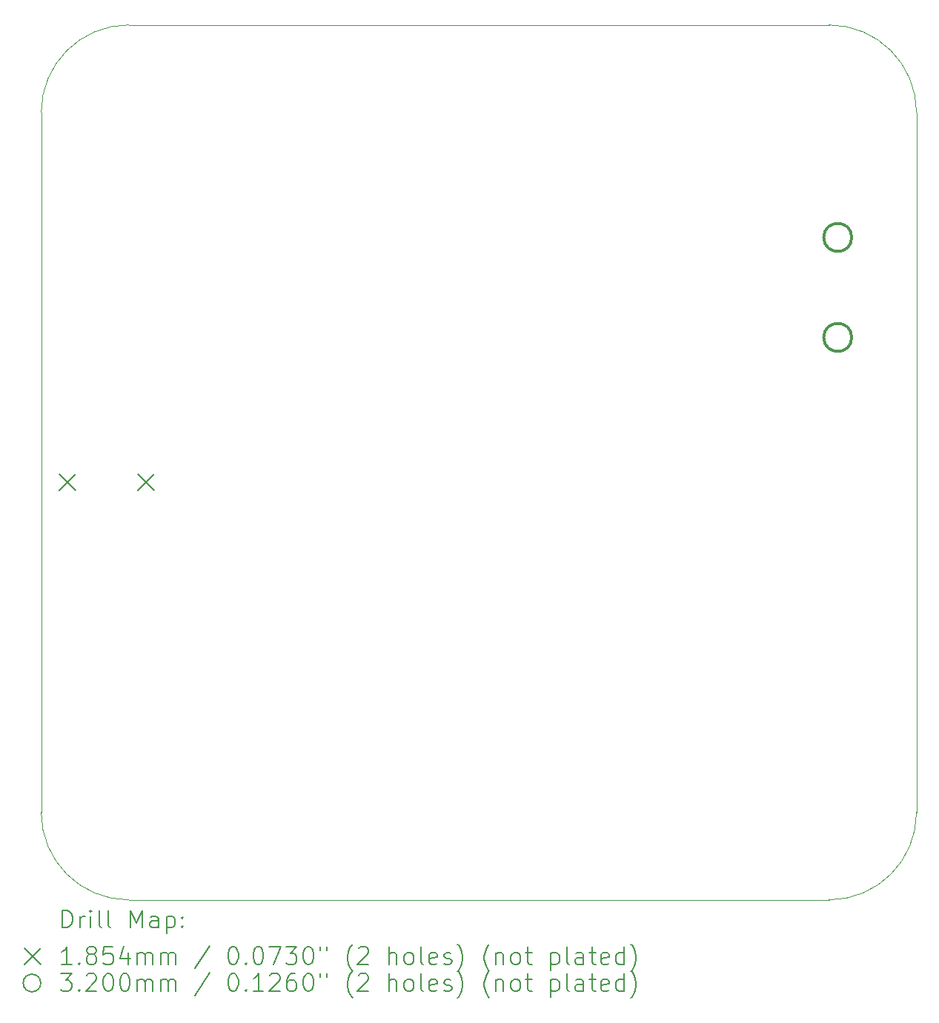
<source format=gbr>
%TF.GenerationSoftware,KiCad,Pcbnew,7.0.1*%
%TF.CreationDate,2024-08-21T14:55:40-07:00*%
%TF.ProjectId,Dual encoder controller - left,4475616c-2065-46e6-936f-64657220636f,rev?*%
%TF.SameCoordinates,Original*%
%TF.FileFunction,Drillmap*%
%TF.FilePolarity,Positive*%
%FSLAX45Y45*%
G04 Gerber Fmt 4.5, Leading zero omitted, Abs format (unit mm)*
G04 Created by KiCad (PCBNEW 7.0.1) date 2024-08-21 14:55:40*
%MOMM*%
%LPD*%
G01*
G04 APERTURE LIST*
%ADD10C,0.100000*%
%ADD11C,0.200000*%
%ADD12C,0.185420*%
%ADD13C,0.320000*%
G04 APERTURE END LIST*
D10*
X12500000Y-5000000D02*
G75*
G03*
X11500000Y-6000000I0J-1000000D01*
G01*
X11500000Y-14000000D02*
X11500000Y-6000000D01*
X12500000Y-5000000D02*
X20500000Y-5000000D01*
X20500000Y-15000000D02*
X12500000Y-15000000D01*
X11500000Y-14000000D02*
G75*
G03*
X12500000Y-15000000I1000000J0D01*
G01*
X21500000Y-6000000D02*
X21500000Y-14000000D01*
X20500000Y-15000000D02*
G75*
G03*
X21500000Y-14000000I0J1000000D01*
G01*
X21500000Y-6000000D02*
G75*
G03*
X20500000Y-5000000I-1000000J0D01*
G01*
D11*
D12*
X11707290Y-10132290D02*
X11892710Y-10317710D01*
X11892710Y-10132290D02*
X11707290Y-10317710D01*
X12607290Y-10132290D02*
X12792710Y-10317710D01*
X12792710Y-10132290D02*
X12607290Y-10317710D01*
D13*
X20760000Y-7428500D02*
G75*
G03*
X20760000Y-7428500I-160000J0D01*
G01*
X20760000Y-8571500D02*
G75*
G03*
X20760000Y-8571500I-160000J0D01*
G01*
D11*
X11742619Y-15317524D02*
X11742619Y-15117524D01*
X11742619Y-15117524D02*
X11790238Y-15117524D01*
X11790238Y-15117524D02*
X11818809Y-15127048D01*
X11818809Y-15127048D02*
X11837857Y-15146095D01*
X11837857Y-15146095D02*
X11847381Y-15165143D01*
X11847381Y-15165143D02*
X11856905Y-15203238D01*
X11856905Y-15203238D02*
X11856905Y-15231809D01*
X11856905Y-15231809D02*
X11847381Y-15269905D01*
X11847381Y-15269905D02*
X11837857Y-15288952D01*
X11837857Y-15288952D02*
X11818809Y-15308000D01*
X11818809Y-15308000D02*
X11790238Y-15317524D01*
X11790238Y-15317524D02*
X11742619Y-15317524D01*
X11942619Y-15317524D02*
X11942619Y-15184190D01*
X11942619Y-15222286D02*
X11952143Y-15203238D01*
X11952143Y-15203238D02*
X11961667Y-15193714D01*
X11961667Y-15193714D02*
X11980714Y-15184190D01*
X11980714Y-15184190D02*
X11999762Y-15184190D01*
X12066428Y-15317524D02*
X12066428Y-15184190D01*
X12066428Y-15117524D02*
X12056905Y-15127048D01*
X12056905Y-15127048D02*
X12066428Y-15136571D01*
X12066428Y-15136571D02*
X12075952Y-15127048D01*
X12075952Y-15127048D02*
X12066428Y-15117524D01*
X12066428Y-15117524D02*
X12066428Y-15136571D01*
X12190238Y-15317524D02*
X12171190Y-15308000D01*
X12171190Y-15308000D02*
X12161667Y-15288952D01*
X12161667Y-15288952D02*
X12161667Y-15117524D01*
X12295000Y-15317524D02*
X12275952Y-15308000D01*
X12275952Y-15308000D02*
X12266428Y-15288952D01*
X12266428Y-15288952D02*
X12266428Y-15117524D01*
X12523571Y-15317524D02*
X12523571Y-15117524D01*
X12523571Y-15117524D02*
X12590238Y-15260381D01*
X12590238Y-15260381D02*
X12656905Y-15117524D01*
X12656905Y-15117524D02*
X12656905Y-15317524D01*
X12837857Y-15317524D02*
X12837857Y-15212762D01*
X12837857Y-15212762D02*
X12828333Y-15193714D01*
X12828333Y-15193714D02*
X12809286Y-15184190D01*
X12809286Y-15184190D02*
X12771190Y-15184190D01*
X12771190Y-15184190D02*
X12752143Y-15193714D01*
X12837857Y-15308000D02*
X12818809Y-15317524D01*
X12818809Y-15317524D02*
X12771190Y-15317524D01*
X12771190Y-15317524D02*
X12752143Y-15308000D01*
X12752143Y-15308000D02*
X12742619Y-15288952D01*
X12742619Y-15288952D02*
X12742619Y-15269905D01*
X12742619Y-15269905D02*
X12752143Y-15250857D01*
X12752143Y-15250857D02*
X12771190Y-15241333D01*
X12771190Y-15241333D02*
X12818809Y-15241333D01*
X12818809Y-15241333D02*
X12837857Y-15231809D01*
X12933095Y-15184190D02*
X12933095Y-15384190D01*
X12933095Y-15193714D02*
X12952143Y-15184190D01*
X12952143Y-15184190D02*
X12990238Y-15184190D01*
X12990238Y-15184190D02*
X13009286Y-15193714D01*
X13009286Y-15193714D02*
X13018809Y-15203238D01*
X13018809Y-15203238D02*
X13028333Y-15222286D01*
X13028333Y-15222286D02*
X13028333Y-15279428D01*
X13028333Y-15279428D02*
X13018809Y-15298476D01*
X13018809Y-15298476D02*
X13009286Y-15308000D01*
X13009286Y-15308000D02*
X12990238Y-15317524D01*
X12990238Y-15317524D02*
X12952143Y-15317524D01*
X12952143Y-15317524D02*
X12933095Y-15308000D01*
X13114048Y-15298476D02*
X13123571Y-15308000D01*
X13123571Y-15308000D02*
X13114048Y-15317524D01*
X13114048Y-15317524D02*
X13104524Y-15308000D01*
X13104524Y-15308000D02*
X13114048Y-15298476D01*
X13114048Y-15298476D02*
X13114048Y-15317524D01*
X13114048Y-15193714D02*
X13123571Y-15203238D01*
X13123571Y-15203238D02*
X13114048Y-15212762D01*
X13114048Y-15212762D02*
X13104524Y-15203238D01*
X13104524Y-15203238D02*
X13114048Y-15193714D01*
X13114048Y-15193714D02*
X13114048Y-15212762D01*
D12*
X11309580Y-15552290D02*
X11495000Y-15737710D01*
X11495000Y-15552290D02*
X11309580Y-15737710D01*
D11*
X11847381Y-15737524D02*
X11733095Y-15737524D01*
X11790238Y-15737524D02*
X11790238Y-15537524D01*
X11790238Y-15537524D02*
X11771190Y-15566095D01*
X11771190Y-15566095D02*
X11752143Y-15585143D01*
X11752143Y-15585143D02*
X11733095Y-15594667D01*
X11933095Y-15718476D02*
X11942619Y-15728000D01*
X11942619Y-15728000D02*
X11933095Y-15737524D01*
X11933095Y-15737524D02*
X11923571Y-15728000D01*
X11923571Y-15728000D02*
X11933095Y-15718476D01*
X11933095Y-15718476D02*
X11933095Y-15737524D01*
X12056905Y-15623238D02*
X12037857Y-15613714D01*
X12037857Y-15613714D02*
X12028333Y-15604190D01*
X12028333Y-15604190D02*
X12018809Y-15585143D01*
X12018809Y-15585143D02*
X12018809Y-15575619D01*
X12018809Y-15575619D02*
X12028333Y-15556571D01*
X12028333Y-15556571D02*
X12037857Y-15547048D01*
X12037857Y-15547048D02*
X12056905Y-15537524D01*
X12056905Y-15537524D02*
X12095000Y-15537524D01*
X12095000Y-15537524D02*
X12114048Y-15547048D01*
X12114048Y-15547048D02*
X12123571Y-15556571D01*
X12123571Y-15556571D02*
X12133095Y-15575619D01*
X12133095Y-15575619D02*
X12133095Y-15585143D01*
X12133095Y-15585143D02*
X12123571Y-15604190D01*
X12123571Y-15604190D02*
X12114048Y-15613714D01*
X12114048Y-15613714D02*
X12095000Y-15623238D01*
X12095000Y-15623238D02*
X12056905Y-15623238D01*
X12056905Y-15623238D02*
X12037857Y-15632762D01*
X12037857Y-15632762D02*
X12028333Y-15642286D01*
X12028333Y-15642286D02*
X12018809Y-15661333D01*
X12018809Y-15661333D02*
X12018809Y-15699428D01*
X12018809Y-15699428D02*
X12028333Y-15718476D01*
X12028333Y-15718476D02*
X12037857Y-15728000D01*
X12037857Y-15728000D02*
X12056905Y-15737524D01*
X12056905Y-15737524D02*
X12095000Y-15737524D01*
X12095000Y-15737524D02*
X12114048Y-15728000D01*
X12114048Y-15728000D02*
X12123571Y-15718476D01*
X12123571Y-15718476D02*
X12133095Y-15699428D01*
X12133095Y-15699428D02*
X12133095Y-15661333D01*
X12133095Y-15661333D02*
X12123571Y-15642286D01*
X12123571Y-15642286D02*
X12114048Y-15632762D01*
X12114048Y-15632762D02*
X12095000Y-15623238D01*
X12314048Y-15537524D02*
X12218809Y-15537524D01*
X12218809Y-15537524D02*
X12209286Y-15632762D01*
X12209286Y-15632762D02*
X12218809Y-15623238D01*
X12218809Y-15623238D02*
X12237857Y-15613714D01*
X12237857Y-15613714D02*
X12285476Y-15613714D01*
X12285476Y-15613714D02*
X12304524Y-15623238D01*
X12304524Y-15623238D02*
X12314048Y-15632762D01*
X12314048Y-15632762D02*
X12323571Y-15651809D01*
X12323571Y-15651809D02*
X12323571Y-15699428D01*
X12323571Y-15699428D02*
X12314048Y-15718476D01*
X12314048Y-15718476D02*
X12304524Y-15728000D01*
X12304524Y-15728000D02*
X12285476Y-15737524D01*
X12285476Y-15737524D02*
X12237857Y-15737524D01*
X12237857Y-15737524D02*
X12218809Y-15728000D01*
X12218809Y-15728000D02*
X12209286Y-15718476D01*
X12495000Y-15604190D02*
X12495000Y-15737524D01*
X12447381Y-15528000D02*
X12399762Y-15670857D01*
X12399762Y-15670857D02*
X12523571Y-15670857D01*
X12599762Y-15737524D02*
X12599762Y-15604190D01*
X12599762Y-15623238D02*
X12609286Y-15613714D01*
X12609286Y-15613714D02*
X12628333Y-15604190D01*
X12628333Y-15604190D02*
X12656905Y-15604190D01*
X12656905Y-15604190D02*
X12675952Y-15613714D01*
X12675952Y-15613714D02*
X12685476Y-15632762D01*
X12685476Y-15632762D02*
X12685476Y-15737524D01*
X12685476Y-15632762D02*
X12695000Y-15613714D01*
X12695000Y-15613714D02*
X12714048Y-15604190D01*
X12714048Y-15604190D02*
X12742619Y-15604190D01*
X12742619Y-15604190D02*
X12761667Y-15613714D01*
X12761667Y-15613714D02*
X12771190Y-15632762D01*
X12771190Y-15632762D02*
X12771190Y-15737524D01*
X12866429Y-15737524D02*
X12866429Y-15604190D01*
X12866429Y-15623238D02*
X12875952Y-15613714D01*
X12875952Y-15613714D02*
X12895000Y-15604190D01*
X12895000Y-15604190D02*
X12923571Y-15604190D01*
X12923571Y-15604190D02*
X12942619Y-15613714D01*
X12942619Y-15613714D02*
X12952143Y-15632762D01*
X12952143Y-15632762D02*
X12952143Y-15737524D01*
X12952143Y-15632762D02*
X12961667Y-15613714D01*
X12961667Y-15613714D02*
X12980714Y-15604190D01*
X12980714Y-15604190D02*
X13009286Y-15604190D01*
X13009286Y-15604190D02*
X13028333Y-15613714D01*
X13028333Y-15613714D02*
X13037857Y-15632762D01*
X13037857Y-15632762D02*
X13037857Y-15737524D01*
X13428333Y-15528000D02*
X13256905Y-15785143D01*
X13685476Y-15537524D02*
X13704524Y-15537524D01*
X13704524Y-15537524D02*
X13723572Y-15547048D01*
X13723572Y-15547048D02*
X13733095Y-15556571D01*
X13733095Y-15556571D02*
X13742619Y-15575619D01*
X13742619Y-15575619D02*
X13752143Y-15613714D01*
X13752143Y-15613714D02*
X13752143Y-15661333D01*
X13752143Y-15661333D02*
X13742619Y-15699428D01*
X13742619Y-15699428D02*
X13733095Y-15718476D01*
X13733095Y-15718476D02*
X13723572Y-15728000D01*
X13723572Y-15728000D02*
X13704524Y-15737524D01*
X13704524Y-15737524D02*
X13685476Y-15737524D01*
X13685476Y-15737524D02*
X13666429Y-15728000D01*
X13666429Y-15728000D02*
X13656905Y-15718476D01*
X13656905Y-15718476D02*
X13647381Y-15699428D01*
X13647381Y-15699428D02*
X13637857Y-15661333D01*
X13637857Y-15661333D02*
X13637857Y-15613714D01*
X13637857Y-15613714D02*
X13647381Y-15575619D01*
X13647381Y-15575619D02*
X13656905Y-15556571D01*
X13656905Y-15556571D02*
X13666429Y-15547048D01*
X13666429Y-15547048D02*
X13685476Y-15537524D01*
X13837857Y-15718476D02*
X13847381Y-15728000D01*
X13847381Y-15728000D02*
X13837857Y-15737524D01*
X13837857Y-15737524D02*
X13828333Y-15728000D01*
X13828333Y-15728000D02*
X13837857Y-15718476D01*
X13837857Y-15718476D02*
X13837857Y-15737524D01*
X13971191Y-15537524D02*
X13990238Y-15537524D01*
X13990238Y-15537524D02*
X14009286Y-15547048D01*
X14009286Y-15547048D02*
X14018810Y-15556571D01*
X14018810Y-15556571D02*
X14028333Y-15575619D01*
X14028333Y-15575619D02*
X14037857Y-15613714D01*
X14037857Y-15613714D02*
X14037857Y-15661333D01*
X14037857Y-15661333D02*
X14028333Y-15699428D01*
X14028333Y-15699428D02*
X14018810Y-15718476D01*
X14018810Y-15718476D02*
X14009286Y-15728000D01*
X14009286Y-15728000D02*
X13990238Y-15737524D01*
X13990238Y-15737524D02*
X13971191Y-15737524D01*
X13971191Y-15737524D02*
X13952143Y-15728000D01*
X13952143Y-15728000D02*
X13942619Y-15718476D01*
X13942619Y-15718476D02*
X13933095Y-15699428D01*
X13933095Y-15699428D02*
X13923572Y-15661333D01*
X13923572Y-15661333D02*
X13923572Y-15613714D01*
X13923572Y-15613714D02*
X13933095Y-15575619D01*
X13933095Y-15575619D02*
X13942619Y-15556571D01*
X13942619Y-15556571D02*
X13952143Y-15547048D01*
X13952143Y-15547048D02*
X13971191Y-15537524D01*
X14104524Y-15537524D02*
X14237857Y-15537524D01*
X14237857Y-15537524D02*
X14152143Y-15737524D01*
X14295000Y-15537524D02*
X14418810Y-15537524D01*
X14418810Y-15537524D02*
X14352143Y-15613714D01*
X14352143Y-15613714D02*
X14380714Y-15613714D01*
X14380714Y-15613714D02*
X14399762Y-15623238D01*
X14399762Y-15623238D02*
X14409286Y-15632762D01*
X14409286Y-15632762D02*
X14418810Y-15651809D01*
X14418810Y-15651809D02*
X14418810Y-15699428D01*
X14418810Y-15699428D02*
X14409286Y-15718476D01*
X14409286Y-15718476D02*
X14399762Y-15728000D01*
X14399762Y-15728000D02*
X14380714Y-15737524D01*
X14380714Y-15737524D02*
X14323572Y-15737524D01*
X14323572Y-15737524D02*
X14304524Y-15728000D01*
X14304524Y-15728000D02*
X14295000Y-15718476D01*
X14542619Y-15537524D02*
X14561667Y-15537524D01*
X14561667Y-15537524D02*
X14580714Y-15547048D01*
X14580714Y-15547048D02*
X14590238Y-15556571D01*
X14590238Y-15556571D02*
X14599762Y-15575619D01*
X14599762Y-15575619D02*
X14609286Y-15613714D01*
X14609286Y-15613714D02*
X14609286Y-15661333D01*
X14609286Y-15661333D02*
X14599762Y-15699428D01*
X14599762Y-15699428D02*
X14590238Y-15718476D01*
X14590238Y-15718476D02*
X14580714Y-15728000D01*
X14580714Y-15728000D02*
X14561667Y-15737524D01*
X14561667Y-15737524D02*
X14542619Y-15737524D01*
X14542619Y-15737524D02*
X14523572Y-15728000D01*
X14523572Y-15728000D02*
X14514048Y-15718476D01*
X14514048Y-15718476D02*
X14504524Y-15699428D01*
X14504524Y-15699428D02*
X14495000Y-15661333D01*
X14495000Y-15661333D02*
X14495000Y-15613714D01*
X14495000Y-15613714D02*
X14504524Y-15575619D01*
X14504524Y-15575619D02*
X14514048Y-15556571D01*
X14514048Y-15556571D02*
X14523572Y-15547048D01*
X14523572Y-15547048D02*
X14542619Y-15537524D01*
X14685476Y-15537524D02*
X14685476Y-15575619D01*
X14761667Y-15537524D02*
X14761667Y-15575619D01*
X15056905Y-15813714D02*
X15047381Y-15804190D01*
X15047381Y-15804190D02*
X15028334Y-15775619D01*
X15028334Y-15775619D02*
X15018810Y-15756571D01*
X15018810Y-15756571D02*
X15009286Y-15728000D01*
X15009286Y-15728000D02*
X14999762Y-15680381D01*
X14999762Y-15680381D02*
X14999762Y-15642286D01*
X14999762Y-15642286D02*
X15009286Y-15594667D01*
X15009286Y-15594667D02*
X15018810Y-15566095D01*
X15018810Y-15566095D02*
X15028334Y-15547048D01*
X15028334Y-15547048D02*
X15047381Y-15518476D01*
X15047381Y-15518476D02*
X15056905Y-15508952D01*
X15123572Y-15556571D02*
X15133095Y-15547048D01*
X15133095Y-15547048D02*
X15152143Y-15537524D01*
X15152143Y-15537524D02*
X15199762Y-15537524D01*
X15199762Y-15537524D02*
X15218810Y-15547048D01*
X15218810Y-15547048D02*
X15228334Y-15556571D01*
X15228334Y-15556571D02*
X15237857Y-15575619D01*
X15237857Y-15575619D02*
X15237857Y-15594667D01*
X15237857Y-15594667D02*
X15228334Y-15623238D01*
X15228334Y-15623238D02*
X15114048Y-15737524D01*
X15114048Y-15737524D02*
X15237857Y-15737524D01*
X15475953Y-15737524D02*
X15475953Y-15537524D01*
X15561667Y-15737524D02*
X15561667Y-15632762D01*
X15561667Y-15632762D02*
X15552143Y-15613714D01*
X15552143Y-15613714D02*
X15533096Y-15604190D01*
X15533096Y-15604190D02*
X15504524Y-15604190D01*
X15504524Y-15604190D02*
X15485476Y-15613714D01*
X15485476Y-15613714D02*
X15475953Y-15623238D01*
X15685476Y-15737524D02*
X15666429Y-15728000D01*
X15666429Y-15728000D02*
X15656905Y-15718476D01*
X15656905Y-15718476D02*
X15647381Y-15699428D01*
X15647381Y-15699428D02*
X15647381Y-15642286D01*
X15647381Y-15642286D02*
X15656905Y-15623238D01*
X15656905Y-15623238D02*
X15666429Y-15613714D01*
X15666429Y-15613714D02*
X15685476Y-15604190D01*
X15685476Y-15604190D02*
X15714048Y-15604190D01*
X15714048Y-15604190D02*
X15733096Y-15613714D01*
X15733096Y-15613714D02*
X15742619Y-15623238D01*
X15742619Y-15623238D02*
X15752143Y-15642286D01*
X15752143Y-15642286D02*
X15752143Y-15699428D01*
X15752143Y-15699428D02*
X15742619Y-15718476D01*
X15742619Y-15718476D02*
X15733096Y-15728000D01*
X15733096Y-15728000D02*
X15714048Y-15737524D01*
X15714048Y-15737524D02*
X15685476Y-15737524D01*
X15866429Y-15737524D02*
X15847381Y-15728000D01*
X15847381Y-15728000D02*
X15837857Y-15708952D01*
X15837857Y-15708952D02*
X15837857Y-15537524D01*
X16018810Y-15728000D02*
X15999762Y-15737524D01*
X15999762Y-15737524D02*
X15961667Y-15737524D01*
X15961667Y-15737524D02*
X15942619Y-15728000D01*
X15942619Y-15728000D02*
X15933096Y-15708952D01*
X15933096Y-15708952D02*
X15933096Y-15632762D01*
X15933096Y-15632762D02*
X15942619Y-15613714D01*
X15942619Y-15613714D02*
X15961667Y-15604190D01*
X15961667Y-15604190D02*
X15999762Y-15604190D01*
X15999762Y-15604190D02*
X16018810Y-15613714D01*
X16018810Y-15613714D02*
X16028334Y-15632762D01*
X16028334Y-15632762D02*
X16028334Y-15651809D01*
X16028334Y-15651809D02*
X15933096Y-15670857D01*
X16104524Y-15728000D02*
X16123572Y-15737524D01*
X16123572Y-15737524D02*
X16161667Y-15737524D01*
X16161667Y-15737524D02*
X16180715Y-15728000D01*
X16180715Y-15728000D02*
X16190238Y-15708952D01*
X16190238Y-15708952D02*
X16190238Y-15699428D01*
X16190238Y-15699428D02*
X16180715Y-15680381D01*
X16180715Y-15680381D02*
X16161667Y-15670857D01*
X16161667Y-15670857D02*
X16133096Y-15670857D01*
X16133096Y-15670857D02*
X16114048Y-15661333D01*
X16114048Y-15661333D02*
X16104524Y-15642286D01*
X16104524Y-15642286D02*
X16104524Y-15632762D01*
X16104524Y-15632762D02*
X16114048Y-15613714D01*
X16114048Y-15613714D02*
X16133096Y-15604190D01*
X16133096Y-15604190D02*
X16161667Y-15604190D01*
X16161667Y-15604190D02*
X16180715Y-15613714D01*
X16256905Y-15813714D02*
X16266429Y-15804190D01*
X16266429Y-15804190D02*
X16285477Y-15775619D01*
X16285477Y-15775619D02*
X16295000Y-15756571D01*
X16295000Y-15756571D02*
X16304524Y-15728000D01*
X16304524Y-15728000D02*
X16314048Y-15680381D01*
X16314048Y-15680381D02*
X16314048Y-15642286D01*
X16314048Y-15642286D02*
X16304524Y-15594667D01*
X16304524Y-15594667D02*
X16295000Y-15566095D01*
X16295000Y-15566095D02*
X16285477Y-15547048D01*
X16285477Y-15547048D02*
X16266429Y-15518476D01*
X16266429Y-15518476D02*
X16256905Y-15508952D01*
X16618810Y-15813714D02*
X16609286Y-15804190D01*
X16609286Y-15804190D02*
X16590238Y-15775619D01*
X16590238Y-15775619D02*
X16580715Y-15756571D01*
X16580715Y-15756571D02*
X16571191Y-15728000D01*
X16571191Y-15728000D02*
X16561667Y-15680381D01*
X16561667Y-15680381D02*
X16561667Y-15642286D01*
X16561667Y-15642286D02*
X16571191Y-15594667D01*
X16571191Y-15594667D02*
X16580715Y-15566095D01*
X16580715Y-15566095D02*
X16590238Y-15547048D01*
X16590238Y-15547048D02*
X16609286Y-15518476D01*
X16609286Y-15518476D02*
X16618810Y-15508952D01*
X16695000Y-15604190D02*
X16695000Y-15737524D01*
X16695000Y-15623238D02*
X16704524Y-15613714D01*
X16704524Y-15613714D02*
X16723572Y-15604190D01*
X16723572Y-15604190D02*
X16752143Y-15604190D01*
X16752143Y-15604190D02*
X16771191Y-15613714D01*
X16771191Y-15613714D02*
X16780715Y-15632762D01*
X16780715Y-15632762D02*
X16780715Y-15737524D01*
X16904524Y-15737524D02*
X16885477Y-15728000D01*
X16885477Y-15728000D02*
X16875953Y-15718476D01*
X16875953Y-15718476D02*
X16866429Y-15699428D01*
X16866429Y-15699428D02*
X16866429Y-15642286D01*
X16866429Y-15642286D02*
X16875953Y-15623238D01*
X16875953Y-15623238D02*
X16885477Y-15613714D01*
X16885477Y-15613714D02*
X16904524Y-15604190D01*
X16904524Y-15604190D02*
X16933096Y-15604190D01*
X16933096Y-15604190D02*
X16952143Y-15613714D01*
X16952143Y-15613714D02*
X16961667Y-15623238D01*
X16961667Y-15623238D02*
X16971191Y-15642286D01*
X16971191Y-15642286D02*
X16971191Y-15699428D01*
X16971191Y-15699428D02*
X16961667Y-15718476D01*
X16961667Y-15718476D02*
X16952143Y-15728000D01*
X16952143Y-15728000D02*
X16933096Y-15737524D01*
X16933096Y-15737524D02*
X16904524Y-15737524D01*
X17028334Y-15604190D02*
X17104524Y-15604190D01*
X17056905Y-15537524D02*
X17056905Y-15708952D01*
X17056905Y-15708952D02*
X17066429Y-15728000D01*
X17066429Y-15728000D02*
X17085477Y-15737524D01*
X17085477Y-15737524D02*
X17104524Y-15737524D01*
X17323572Y-15604190D02*
X17323572Y-15804190D01*
X17323572Y-15613714D02*
X17342620Y-15604190D01*
X17342620Y-15604190D02*
X17380715Y-15604190D01*
X17380715Y-15604190D02*
X17399762Y-15613714D01*
X17399762Y-15613714D02*
X17409286Y-15623238D01*
X17409286Y-15623238D02*
X17418810Y-15642286D01*
X17418810Y-15642286D02*
X17418810Y-15699428D01*
X17418810Y-15699428D02*
X17409286Y-15718476D01*
X17409286Y-15718476D02*
X17399762Y-15728000D01*
X17399762Y-15728000D02*
X17380715Y-15737524D01*
X17380715Y-15737524D02*
X17342620Y-15737524D01*
X17342620Y-15737524D02*
X17323572Y-15728000D01*
X17533096Y-15737524D02*
X17514048Y-15728000D01*
X17514048Y-15728000D02*
X17504524Y-15708952D01*
X17504524Y-15708952D02*
X17504524Y-15537524D01*
X17695001Y-15737524D02*
X17695001Y-15632762D01*
X17695001Y-15632762D02*
X17685477Y-15613714D01*
X17685477Y-15613714D02*
X17666429Y-15604190D01*
X17666429Y-15604190D02*
X17628334Y-15604190D01*
X17628334Y-15604190D02*
X17609286Y-15613714D01*
X17695001Y-15728000D02*
X17675953Y-15737524D01*
X17675953Y-15737524D02*
X17628334Y-15737524D01*
X17628334Y-15737524D02*
X17609286Y-15728000D01*
X17609286Y-15728000D02*
X17599762Y-15708952D01*
X17599762Y-15708952D02*
X17599762Y-15689905D01*
X17599762Y-15689905D02*
X17609286Y-15670857D01*
X17609286Y-15670857D02*
X17628334Y-15661333D01*
X17628334Y-15661333D02*
X17675953Y-15661333D01*
X17675953Y-15661333D02*
X17695001Y-15651809D01*
X17761667Y-15604190D02*
X17837858Y-15604190D01*
X17790239Y-15537524D02*
X17790239Y-15708952D01*
X17790239Y-15708952D02*
X17799762Y-15728000D01*
X17799762Y-15728000D02*
X17818810Y-15737524D01*
X17818810Y-15737524D02*
X17837858Y-15737524D01*
X17980715Y-15728000D02*
X17961667Y-15737524D01*
X17961667Y-15737524D02*
X17923572Y-15737524D01*
X17923572Y-15737524D02*
X17904524Y-15728000D01*
X17904524Y-15728000D02*
X17895001Y-15708952D01*
X17895001Y-15708952D02*
X17895001Y-15632762D01*
X17895001Y-15632762D02*
X17904524Y-15613714D01*
X17904524Y-15613714D02*
X17923572Y-15604190D01*
X17923572Y-15604190D02*
X17961667Y-15604190D01*
X17961667Y-15604190D02*
X17980715Y-15613714D01*
X17980715Y-15613714D02*
X17990239Y-15632762D01*
X17990239Y-15632762D02*
X17990239Y-15651809D01*
X17990239Y-15651809D02*
X17895001Y-15670857D01*
X18161667Y-15737524D02*
X18161667Y-15537524D01*
X18161667Y-15728000D02*
X18142620Y-15737524D01*
X18142620Y-15737524D02*
X18104524Y-15737524D01*
X18104524Y-15737524D02*
X18085477Y-15728000D01*
X18085477Y-15728000D02*
X18075953Y-15718476D01*
X18075953Y-15718476D02*
X18066429Y-15699428D01*
X18066429Y-15699428D02*
X18066429Y-15642286D01*
X18066429Y-15642286D02*
X18075953Y-15623238D01*
X18075953Y-15623238D02*
X18085477Y-15613714D01*
X18085477Y-15613714D02*
X18104524Y-15604190D01*
X18104524Y-15604190D02*
X18142620Y-15604190D01*
X18142620Y-15604190D02*
X18161667Y-15613714D01*
X18237858Y-15813714D02*
X18247382Y-15804190D01*
X18247382Y-15804190D02*
X18266429Y-15775619D01*
X18266429Y-15775619D02*
X18275953Y-15756571D01*
X18275953Y-15756571D02*
X18285477Y-15728000D01*
X18285477Y-15728000D02*
X18295001Y-15680381D01*
X18295001Y-15680381D02*
X18295001Y-15642286D01*
X18295001Y-15642286D02*
X18285477Y-15594667D01*
X18285477Y-15594667D02*
X18275953Y-15566095D01*
X18275953Y-15566095D02*
X18266429Y-15547048D01*
X18266429Y-15547048D02*
X18247382Y-15518476D01*
X18247382Y-15518476D02*
X18237858Y-15508952D01*
X11495000Y-15950420D02*
G75*
G03*
X11495000Y-15950420I-100000J0D01*
G01*
X11723571Y-15842944D02*
X11847381Y-15842944D01*
X11847381Y-15842944D02*
X11780714Y-15919134D01*
X11780714Y-15919134D02*
X11809286Y-15919134D01*
X11809286Y-15919134D02*
X11828333Y-15928658D01*
X11828333Y-15928658D02*
X11837857Y-15938182D01*
X11837857Y-15938182D02*
X11847381Y-15957229D01*
X11847381Y-15957229D02*
X11847381Y-16004848D01*
X11847381Y-16004848D02*
X11837857Y-16023896D01*
X11837857Y-16023896D02*
X11828333Y-16033420D01*
X11828333Y-16033420D02*
X11809286Y-16042944D01*
X11809286Y-16042944D02*
X11752143Y-16042944D01*
X11752143Y-16042944D02*
X11733095Y-16033420D01*
X11733095Y-16033420D02*
X11723571Y-16023896D01*
X11933095Y-16023896D02*
X11942619Y-16033420D01*
X11942619Y-16033420D02*
X11933095Y-16042944D01*
X11933095Y-16042944D02*
X11923571Y-16033420D01*
X11923571Y-16033420D02*
X11933095Y-16023896D01*
X11933095Y-16023896D02*
X11933095Y-16042944D01*
X12018809Y-15861991D02*
X12028333Y-15852468D01*
X12028333Y-15852468D02*
X12047381Y-15842944D01*
X12047381Y-15842944D02*
X12095000Y-15842944D01*
X12095000Y-15842944D02*
X12114048Y-15852468D01*
X12114048Y-15852468D02*
X12123571Y-15861991D01*
X12123571Y-15861991D02*
X12133095Y-15881039D01*
X12133095Y-15881039D02*
X12133095Y-15900087D01*
X12133095Y-15900087D02*
X12123571Y-15928658D01*
X12123571Y-15928658D02*
X12009286Y-16042944D01*
X12009286Y-16042944D02*
X12133095Y-16042944D01*
X12256905Y-15842944D02*
X12275952Y-15842944D01*
X12275952Y-15842944D02*
X12295000Y-15852468D01*
X12295000Y-15852468D02*
X12304524Y-15861991D01*
X12304524Y-15861991D02*
X12314048Y-15881039D01*
X12314048Y-15881039D02*
X12323571Y-15919134D01*
X12323571Y-15919134D02*
X12323571Y-15966753D01*
X12323571Y-15966753D02*
X12314048Y-16004848D01*
X12314048Y-16004848D02*
X12304524Y-16023896D01*
X12304524Y-16023896D02*
X12295000Y-16033420D01*
X12295000Y-16033420D02*
X12275952Y-16042944D01*
X12275952Y-16042944D02*
X12256905Y-16042944D01*
X12256905Y-16042944D02*
X12237857Y-16033420D01*
X12237857Y-16033420D02*
X12228333Y-16023896D01*
X12228333Y-16023896D02*
X12218809Y-16004848D01*
X12218809Y-16004848D02*
X12209286Y-15966753D01*
X12209286Y-15966753D02*
X12209286Y-15919134D01*
X12209286Y-15919134D02*
X12218809Y-15881039D01*
X12218809Y-15881039D02*
X12228333Y-15861991D01*
X12228333Y-15861991D02*
X12237857Y-15852468D01*
X12237857Y-15852468D02*
X12256905Y-15842944D01*
X12447381Y-15842944D02*
X12466429Y-15842944D01*
X12466429Y-15842944D02*
X12485476Y-15852468D01*
X12485476Y-15852468D02*
X12495000Y-15861991D01*
X12495000Y-15861991D02*
X12504524Y-15881039D01*
X12504524Y-15881039D02*
X12514048Y-15919134D01*
X12514048Y-15919134D02*
X12514048Y-15966753D01*
X12514048Y-15966753D02*
X12504524Y-16004848D01*
X12504524Y-16004848D02*
X12495000Y-16023896D01*
X12495000Y-16023896D02*
X12485476Y-16033420D01*
X12485476Y-16033420D02*
X12466429Y-16042944D01*
X12466429Y-16042944D02*
X12447381Y-16042944D01*
X12447381Y-16042944D02*
X12428333Y-16033420D01*
X12428333Y-16033420D02*
X12418809Y-16023896D01*
X12418809Y-16023896D02*
X12409286Y-16004848D01*
X12409286Y-16004848D02*
X12399762Y-15966753D01*
X12399762Y-15966753D02*
X12399762Y-15919134D01*
X12399762Y-15919134D02*
X12409286Y-15881039D01*
X12409286Y-15881039D02*
X12418809Y-15861991D01*
X12418809Y-15861991D02*
X12428333Y-15852468D01*
X12428333Y-15852468D02*
X12447381Y-15842944D01*
X12599762Y-16042944D02*
X12599762Y-15909610D01*
X12599762Y-15928658D02*
X12609286Y-15919134D01*
X12609286Y-15919134D02*
X12628333Y-15909610D01*
X12628333Y-15909610D02*
X12656905Y-15909610D01*
X12656905Y-15909610D02*
X12675952Y-15919134D01*
X12675952Y-15919134D02*
X12685476Y-15938182D01*
X12685476Y-15938182D02*
X12685476Y-16042944D01*
X12685476Y-15938182D02*
X12695000Y-15919134D01*
X12695000Y-15919134D02*
X12714048Y-15909610D01*
X12714048Y-15909610D02*
X12742619Y-15909610D01*
X12742619Y-15909610D02*
X12761667Y-15919134D01*
X12761667Y-15919134D02*
X12771190Y-15938182D01*
X12771190Y-15938182D02*
X12771190Y-16042944D01*
X12866429Y-16042944D02*
X12866429Y-15909610D01*
X12866429Y-15928658D02*
X12875952Y-15919134D01*
X12875952Y-15919134D02*
X12895000Y-15909610D01*
X12895000Y-15909610D02*
X12923571Y-15909610D01*
X12923571Y-15909610D02*
X12942619Y-15919134D01*
X12942619Y-15919134D02*
X12952143Y-15938182D01*
X12952143Y-15938182D02*
X12952143Y-16042944D01*
X12952143Y-15938182D02*
X12961667Y-15919134D01*
X12961667Y-15919134D02*
X12980714Y-15909610D01*
X12980714Y-15909610D02*
X13009286Y-15909610D01*
X13009286Y-15909610D02*
X13028333Y-15919134D01*
X13028333Y-15919134D02*
X13037857Y-15938182D01*
X13037857Y-15938182D02*
X13037857Y-16042944D01*
X13428333Y-15833420D02*
X13256905Y-16090563D01*
X13685476Y-15842944D02*
X13704524Y-15842944D01*
X13704524Y-15842944D02*
X13723572Y-15852468D01*
X13723572Y-15852468D02*
X13733095Y-15861991D01*
X13733095Y-15861991D02*
X13742619Y-15881039D01*
X13742619Y-15881039D02*
X13752143Y-15919134D01*
X13752143Y-15919134D02*
X13752143Y-15966753D01*
X13752143Y-15966753D02*
X13742619Y-16004848D01*
X13742619Y-16004848D02*
X13733095Y-16023896D01*
X13733095Y-16023896D02*
X13723572Y-16033420D01*
X13723572Y-16033420D02*
X13704524Y-16042944D01*
X13704524Y-16042944D02*
X13685476Y-16042944D01*
X13685476Y-16042944D02*
X13666429Y-16033420D01*
X13666429Y-16033420D02*
X13656905Y-16023896D01*
X13656905Y-16023896D02*
X13647381Y-16004848D01*
X13647381Y-16004848D02*
X13637857Y-15966753D01*
X13637857Y-15966753D02*
X13637857Y-15919134D01*
X13637857Y-15919134D02*
X13647381Y-15881039D01*
X13647381Y-15881039D02*
X13656905Y-15861991D01*
X13656905Y-15861991D02*
X13666429Y-15852468D01*
X13666429Y-15852468D02*
X13685476Y-15842944D01*
X13837857Y-16023896D02*
X13847381Y-16033420D01*
X13847381Y-16033420D02*
X13837857Y-16042944D01*
X13837857Y-16042944D02*
X13828333Y-16033420D01*
X13828333Y-16033420D02*
X13837857Y-16023896D01*
X13837857Y-16023896D02*
X13837857Y-16042944D01*
X14037857Y-16042944D02*
X13923572Y-16042944D01*
X13980714Y-16042944D02*
X13980714Y-15842944D01*
X13980714Y-15842944D02*
X13961667Y-15871515D01*
X13961667Y-15871515D02*
X13942619Y-15890563D01*
X13942619Y-15890563D02*
X13923572Y-15900087D01*
X14114048Y-15861991D02*
X14123572Y-15852468D01*
X14123572Y-15852468D02*
X14142619Y-15842944D01*
X14142619Y-15842944D02*
X14190238Y-15842944D01*
X14190238Y-15842944D02*
X14209286Y-15852468D01*
X14209286Y-15852468D02*
X14218810Y-15861991D01*
X14218810Y-15861991D02*
X14228333Y-15881039D01*
X14228333Y-15881039D02*
X14228333Y-15900087D01*
X14228333Y-15900087D02*
X14218810Y-15928658D01*
X14218810Y-15928658D02*
X14104524Y-16042944D01*
X14104524Y-16042944D02*
X14228333Y-16042944D01*
X14399762Y-15842944D02*
X14361667Y-15842944D01*
X14361667Y-15842944D02*
X14342619Y-15852468D01*
X14342619Y-15852468D02*
X14333095Y-15861991D01*
X14333095Y-15861991D02*
X14314048Y-15890563D01*
X14314048Y-15890563D02*
X14304524Y-15928658D01*
X14304524Y-15928658D02*
X14304524Y-16004848D01*
X14304524Y-16004848D02*
X14314048Y-16023896D01*
X14314048Y-16023896D02*
X14323572Y-16033420D01*
X14323572Y-16033420D02*
X14342619Y-16042944D01*
X14342619Y-16042944D02*
X14380714Y-16042944D01*
X14380714Y-16042944D02*
X14399762Y-16033420D01*
X14399762Y-16033420D02*
X14409286Y-16023896D01*
X14409286Y-16023896D02*
X14418810Y-16004848D01*
X14418810Y-16004848D02*
X14418810Y-15957229D01*
X14418810Y-15957229D02*
X14409286Y-15938182D01*
X14409286Y-15938182D02*
X14399762Y-15928658D01*
X14399762Y-15928658D02*
X14380714Y-15919134D01*
X14380714Y-15919134D02*
X14342619Y-15919134D01*
X14342619Y-15919134D02*
X14323572Y-15928658D01*
X14323572Y-15928658D02*
X14314048Y-15938182D01*
X14314048Y-15938182D02*
X14304524Y-15957229D01*
X14542619Y-15842944D02*
X14561667Y-15842944D01*
X14561667Y-15842944D02*
X14580714Y-15852468D01*
X14580714Y-15852468D02*
X14590238Y-15861991D01*
X14590238Y-15861991D02*
X14599762Y-15881039D01*
X14599762Y-15881039D02*
X14609286Y-15919134D01*
X14609286Y-15919134D02*
X14609286Y-15966753D01*
X14609286Y-15966753D02*
X14599762Y-16004848D01*
X14599762Y-16004848D02*
X14590238Y-16023896D01*
X14590238Y-16023896D02*
X14580714Y-16033420D01*
X14580714Y-16033420D02*
X14561667Y-16042944D01*
X14561667Y-16042944D02*
X14542619Y-16042944D01*
X14542619Y-16042944D02*
X14523572Y-16033420D01*
X14523572Y-16033420D02*
X14514048Y-16023896D01*
X14514048Y-16023896D02*
X14504524Y-16004848D01*
X14504524Y-16004848D02*
X14495000Y-15966753D01*
X14495000Y-15966753D02*
X14495000Y-15919134D01*
X14495000Y-15919134D02*
X14504524Y-15881039D01*
X14504524Y-15881039D02*
X14514048Y-15861991D01*
X14514048Y-15861991D02*
X14523572Y-15852468D01*
X14523572Y-15852468D02*
X14542619Y-15842944D01*
X14685476Y-15842944D02*
X14685476Y-15881039D01*
X14761667Y-15842944D02*
X14761667Y-15881039D01*
X15056905Y-16119134D02*
X15047381Y-16109610D01*
X15047381Y-16109610D02*
X15028334Y-16081039D01*
X15028334Y-16081039D02*
X15018810Y-16061991D01*
X15018810Y-16061991D02*
X15009286Y-16033420D01*
X15009286Y-16033420D02*
X14999762Y-15985801D01*
X14999762Y-15985801D02*
X14999762Y-15947706D01*
X14999762Y-15947706D02*
X15009286Y-15900087D01*
X15009286Y-15900087D02*
X15018810Y-15871515D01*
X15018810Y-15871515D02*
X15028334Y-15852468D01*
X15028334Y-15852468D02*
X15047381Y-15823896D01*
X15047381Y-15823896D02*
X15056905Y-15814372D01*
X15123572Y-15861991D02*
X15133095Y-15852468D01*
X15133095Y-15852468D02*
X15152143Y-15842944D01*
X15152143Y-15842944D02*
X15199762Y-15842944D01*
X15199762Y-15842944D02*
X15218810Y-15852468D01*
X15218810Y-15852468D02*
X15228334Y-15861991D01*
X15228334Y-15861991D02*
X15237857Y-15881039D01*
X15237857Y-15881039D02*
X15237857Y-15900087D01*
X15237857Y-15900087D02*
X15228334Y-15928658D01*
X15228334Y-15928658D02*
X15114048Y-16042944D01*
X15114048Y-16042944D02*
X15237857Y-16042944D01*
X15475953Y-16042944D02*
X15475953Y-15842944D01*
X15561667Y-16042944D02*
X15561667Y-15938182D01*
X15561667Y-15938182D02*
X15552143Y-15919134D01*
X15552143Y-15919134D02*
X15533096Y-15909610D01*
X15533096Y-15909610D02*
X15504524Y-15909610D01*
X15504524Y-15909610D02*
X15485476Y-15919134D01*
X15485476Y-15919134D02*
X15475953Y-15928658D01*
X15685476Y-16042944D02*
X15666429Y-16033420D01*
X15666429Y-16033420D02*
X15656905Y-16023896D01*
X15656905Y-16023896D02*
X15647381Y-16004848D01*
X15647381Y-16004848D02*
X15647381Y-15947706D01*
X15647381Y-15947706D02*
X15656905Y-15928658D01*
X15656905Y-15928658D02*
X15666429Y-15919134D01*
X15666429Y-15919134D02*
X15685476Y-15909610D01*
X15685476Y-15909610D02*
X15714048Y-15909610D01*
X15714048Y-15909610D02*
X15733096Y-15919134D01*
X15733096Y-15919134D02*
X15742619Y-15928658D01*
X15742619Y-15928658D02*
X15752143Y-15947706D01*
X15752143Y-15947706D02*
X15752143Y-16004848D01*
X15752143Y-16004848D02*
X15742619Y-16023896D01*
X15742619Y-16023896D02*
X15733096Y-16033420D01*
X15733096Y-16033420D02*
X15714048Y-16042944D01*
X15714048Y-16042944D02*
X15685476Y-16042944D01*
X15866429Y-16042944D02*
X15847381Y-16033420D01*
X15847381Y-16033420D02*
X15837857Y-16014372D01*
X15837857Y-16014372D02*
X15837857Y-15842944D01*
X16018810Y-16033420D02*
X15999762Y-16042944D01*
X15999762Y-16042944D02*
X15961667Y-16042944D01*
X15961667Y-16042944D02*
X15942619Y-16033420D01*
X15942619Y-16033420D02*
X15933096Y-16014372D01*
X15933096Y-16014372D02*
X15933096Y-15938182D01*
X15933096Y-15938182D02*
X15942619Y-15919134D01*
X15942619Y-15919134D02*
X15961667Y-15909610D01*
X15961667Y-15909610D02*
X15999762Y-15909610D01*
X15999762Y-15909610D02*
X16018810Y-15919134D01*
X16018810Y-15919134D02*
X16028334Y-15938182D01*
X16028334Y-15938182D02*
X16028334Y-15957229D01*
X16028334Y-15957229D02*
X15933096Y-15976277D01*
X16104524Y-16033420D02*
X16123572Y-16042944D01*
X16123572Y-16042944D02*
X16161667Y-16042944D01*
X16161667Y-16042944D02*
X16180715Y-16033420D01*
X16180715Y-16033420D02*
X16190238Y-16014372D01*
X16190238Y-16014372D02*
X16190238Y-16004848D01*
X16190238Y-16004848D02*
X16180715Y-15985801D01*
X16180715Y-15985801D02*
X16161667Y-15976277D01*
X16161667Y-15976277D02*
X16133096Y-15976277D01*
X16133096Y-15976277D02*
X16114048Y-15966753D01*
X16114048Y-15966753D02*
X16104524Y-15947706D01*
X16104524Y-15947706D02*
X16104524Y-15938182D01*
X16104524Y-15938182D02*
X16114048Y-15919134D01*
X16114048Y-15919134D02*
X16133096Y-15909610D01*
X16133096Y-15909610D02*
X16161667Y-15909610D01*
X16161667Y-15909610D02*
X16180715Y-15919134D01*
X16256905Y-16119134D02*
X16266429Y-16109610D01*
X16266429Y-16109610D02*
X16285477Y-16081039D01*
X16285477Y-16081039D02*
X16295000Y-16061991D01*
X16295000Y-16061991D02*
X16304524Y-16033420D01*
X16304524Y-16033420D02*
X16314048Y-15985801D01*
X16314048Y-15985801D02*
X16314048Y-15947706D01*
X16314048Y-15947706D02*
X16304524Y-15900087D01*
X16304524Y-15900087D02*
X16295000Y-15871515D01*
X16295000Y-15871515D02*
X16285477Y-15852468D01*
X16285477Y-15852468D02*
X16266429Y-15823896D01*
X16266429Y-15823896D02*
X16256905Y-15814372D01*
X16618810Y-16119134D02*
X16609286Y-16109610D01*
X16609286Y-16109610D02*
X16590238Y-16081039D01*
X16590238Y-16081039D02*
X16580715Y-16061991D01*
X16580715Y-16061991D02*
X16571191Y-16033420D01*
X16571191Y-16033420D02*
X16561667Y-15985801D01*
X16561667Y-15985801D02*
X16561667Y-15947706D01*
X16561667Y-15947706D02*
X16571191Y-15900087D01*
X16571191Y-15900087D02*
X16580715Y-15871515D01*
X16580715Y-15871515D02*
X16590238Y-15852468D01*
X16590238Y-15852468D02*
X16609286Y-15823896D01*
X16609286Y-15823896D02*
X16618810Y-15814372D01*
X16695000Y-15909610D02*
X16695000Y-16042944D01*
X16695000Y-15928658D02*
X16704524Y-15919134D01*
X16704524Y-15919134D02*
X16723572Y-15909610D01*
X16723572Y-15909610D02*
X16752143Y-15909610D01*
X16752143Y-15909610D02*
X16771191Y-15919134D01*
X16771191Y-15919134D02*
X16780715Y-15938182D01*
X16780715Y-15938182D02*
X16780715Y-16042944D01*
X16904524Y-16042944D02*
X16885477Y-16033420D01*
X16885477Y-16033420D02*
X16875953Y-16023896D01*
X16875953Y-16023896D02*
X16866429Y-16004848D01*
X16866429Y-16004848D02*
X16866429Y-15947706D01*
X16866429Y-15947706D02*
X16875953Y-15928658D01*
X16875953Y-15928658D02*
X16885477Y-15919134D01*
X16885477Y-15919134D02*
X16904524Y-15909610D01*
X16904524Y-15909610D02*
X16933096Y-15909610D01*
X16933096Y-15909610D02*
X16952143Y-15919134D01*
X16952143Y-15919134D02*
X16961667Y-15928658D01*
X16961667Y-15928658D02*
X16971191Y-15947706D01*
X16971191Y-15947706D02*
X16971191Y-16004848D01*
X16971191Y-16004848D02*
X16961667Y-16023896D01*
X16961667Y-16023896D02*
X16952143Y-16033420D01*
X16952143Y-16033420D02*
X16933096Y-16042944D01*
X16933096Y-16042944D02*
X16904524Y-16042944D01*
X17028334Y-15909610D02*
X17104524Y-15909610D01*
X17056905Y-15842944D02*
X17056905Y-16014372D01*
X17056905Y-16014372D02*
X17066429Y-16033420D01*
X17066429Y-16033420D02*
X17085477Y-16042944D01*
X17085477Y-16042944D02*
X17104524Y-16042944D01*
X17323572Y-15909610D02*
X17323572Y-16109610D01*
X17323572Y-15919134D02*
X17342620Y-15909610D01*
X17342620Y-15909610D02*
X17380715Y-15909610D01*
X17380715Y-15909610D02*
X17399762Y-15919134D01*
X17399762Y-15919134D02*
X17409286Y-15928658D01*
X17409286Y-15928658D02*
X17418810Y-15947706D01*
X17418810Y-15947706D02*
X17418810Y-16004848D01*
X17418810Y-16004848D02*
X17409286Y-16023896D01*
X17409286Y-16023896D02*
X17399762Y-16033420D01*
X17399762Y-16033420D02*
X17380715Y-16042944D01*
X17380715Y-16042944D02*
X17342620Y-16042944D01*
X17342620Y-16042944D02*
X17323572Y-16033420D01*
X17533096Y-16042944D02*
X17514048Y-16033420D01*
X17514048Y-16033420D02*
X17504524Y-16014372D01*
X17504524Y-16014372D02*
X17504524Y-15842944D01*
X17695001Y-16042944D02*
X17695001Y-15938182D01*
X17695001Y-15938182D02*
X17685477Y-15919134D01*
X17685477Y-15919134D02*
X17666429Y-15909610D01*
X17666429Y-15909610D02*
X17628334Y-15909610D01*
X17628334Y-15909610D02*
X17609286Y-15919134D01*
X17695001Y-16033420D02*
X17675953Y-16042944D01*
X17675953Y-16042944D02*
X17628334Y-16042944D01*
X17628334Y-16042944D02*
X17609286Y-16033420D01*
X17609286Y-16033420D02*
X17599762Y-16014372D01*
X17599762Y-16014372D02*
X17599762Y-15995325D01*
X17599762Y-15995325D02*
X17609286Y-15976277D01*
X17609286Y-15976277D02*
X17628334Y-15966753D01*
X17628334Y-15966753D02*
X17675953Y-15966753D01*
X17675953Y-15966753D02*
X17695001Y-15957229D01*
X17761667Y-15909610D02*
X17837858Y-15909610D01*
X17790239Y-15842944D02*
X17790239Y-16014372D01*
X17790239Y-16014372D02*
X17799762Y-16033420D01*
X17799762Y-16033420D02*
X17818810Y-16042944D01*
X17818810Y-16042944D02*
X17837858Y-16042944D01*
X17980715Y-16033420D02*
X17961667Y-16042944D01*
X17961667Y-16042944D02*
X17923572Y-16042944D01*
X17923572Y-16042944D02*
X17904524Y-16033420D01*
X17904524Y-16033420D02*
X17895001Y-16014372D01*
X17895001Y-16014372D02*
X17895001Y-15938182D01*
X17895001Y-15938182D02*
X17904524Y-15919134D01*
X17904524Y-15919134D02*
X17923572Y-15909610D01*
X17923572Y-15909610D02*
X17961667Y-15909610D01*
X17961667Y-15909610D02*
X17980715Y-15919134D01*
X17980715Y-15919134D02*
X17990239Y-15938182D01*
X17990239Y-15938182D02*
X17990239Y-15957229D01*
X17990239Y-15957229D02*
X17895001Y-15976277D01*
X18161667Y-16042944D02*
X18161667Y-15842944D01*
X18161667Y-16033420D02*
X18142620Y-16042944D01*
X18142620Y-16042944D02*
X18104524Y-16042944D01*
X18104524Y-16042944D02*
X18085477Y-16033420D01*
X18085477Y-16033420D02*
X18075953Y-16023896D01*
X18075953Y-16023896D02*
X18066429Y-16004848D01*
X18066429Y-16004848D02*
X18066429Y-15947706D01*
X18066429Y-15947706D02*
X18075953Y-15928658D01*
X18075953Y-15928658D02*
X18085477Y-15919134D01*
X18085477Y-15919134D02*
X18104524Y-15909610D01*
X18104524Y-15909610D02*
X18142620Y-15909610D01*
X18142620Y-15909610D02*
X18161667Y-15919134D01*
X18237858Y-16119134D02*
X18247382Y-16109610D01*
X18247382Y-16109610D02*
X18266429Y-16081039D01*
X18266429Y-16081039D02*
X18275953Y-16061991D01*
X18275953Y-16061991D02*
X18285477Y-16033420D01*
X18285477Y-16033420D02*
X18295001Y-15985801D01*
X18295001Y-15985801D02*
X18295001Y-15947706D01*
X18295001Y-15947706D02*
X18285477Y-15900087D01*
X18285477Y-15900087D02*
X18275953Y-15871515D01*
X18275953Y-15871515D02*
X18266429Y-15852468D01*
X18266429Y-15852468D02*
X18247382Y-15823896D01*
X18247382Y-15823896D02*
X18237858Y-15814372D01*
M02*

</source>
